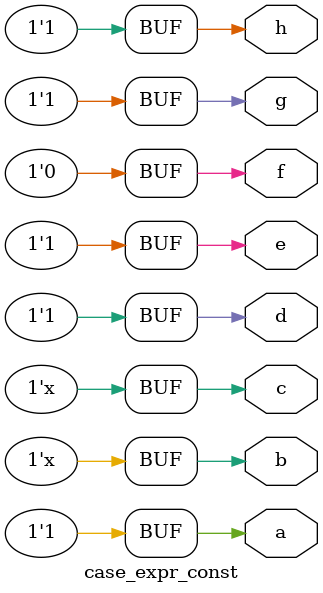
<source format=v>
/* Generated by Yosys 0.56+171 (git sha1 6fdcdd41d, g++ 11.4.0-1ubuntu1~22.04.2 -Og -fPIC) */

(* src = "dut.sv:3.1-49.10" *)
(* top =  1  *)
module case_expr_const(a, b, c, d, e, f, g, h);
  (* src = "dut.sv:5.16-5.17" *)
  output a;
  wire a;
  (* src = "dut.sv:5.19-5.20" *)
  output b;
  wire b;
  (* src = "dut.sv:5.22-5.23" *)
  output c;
  wire c;
  (* src = "dut.sv:5.25-5.26" *)
  output d;
  wire d;
  (* src = "dut.sv:5.28-5.29" *)
  output e;
  wire e;
  (* src = "dut.sv:5.31-5.32" *)
  output f;
  wire f;
  (* src = "dut.sv:5.34-5.35" *)
  output g;
  wire g;
  (* src = "dut.sv:5.37-5.38" *)
  output h;
  wire h;
  assign a = 1'h1;
  assign b = 1'hx;
  assign c = 1'hx;
  assign d = 1'h1;
  assign e = 1'h1;
  assign f = 1'h0;
  assign g = 1'h1;
  assign h = 1'h1;
endmodule

</source>
